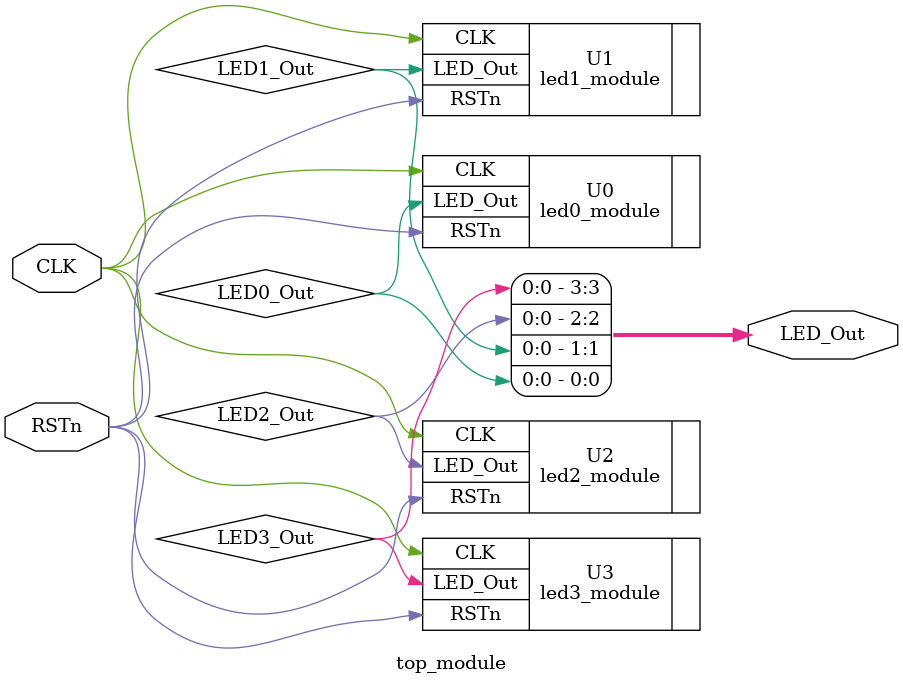
<source format=v>
module top_module
(
    CLK,RSTn,LED_Out
);

input CLK;
input RSTn;
output [3:0]LED_Out;

wire LED0_Out;

led0_module U0
(
    .CLK(CLK),
	.RSTn(RSTn),
	.LED_Out(LED0_Out)
);


wire LED1_Out;

led1_module U1
(
    .CLK(CLK),
	.RSTn(RSTn),
	.LED_Out(LED1_Out)
);


wire LED2_Out;

led2_module U2
(
    .CLK(CLK),
	.RSTn(RSTn),
	.LED_Out(LED2_Out)
);


wire LED3_Out;

led3_module U3
(
    .CLK(CLK),
	.RSTn(RSTn),
	.LED_Out(LED3_Out)
);

assign LED_Out={LED3_Out,LED2_Out,LED1_Out,LED0_Out};

endmodule
</source>
